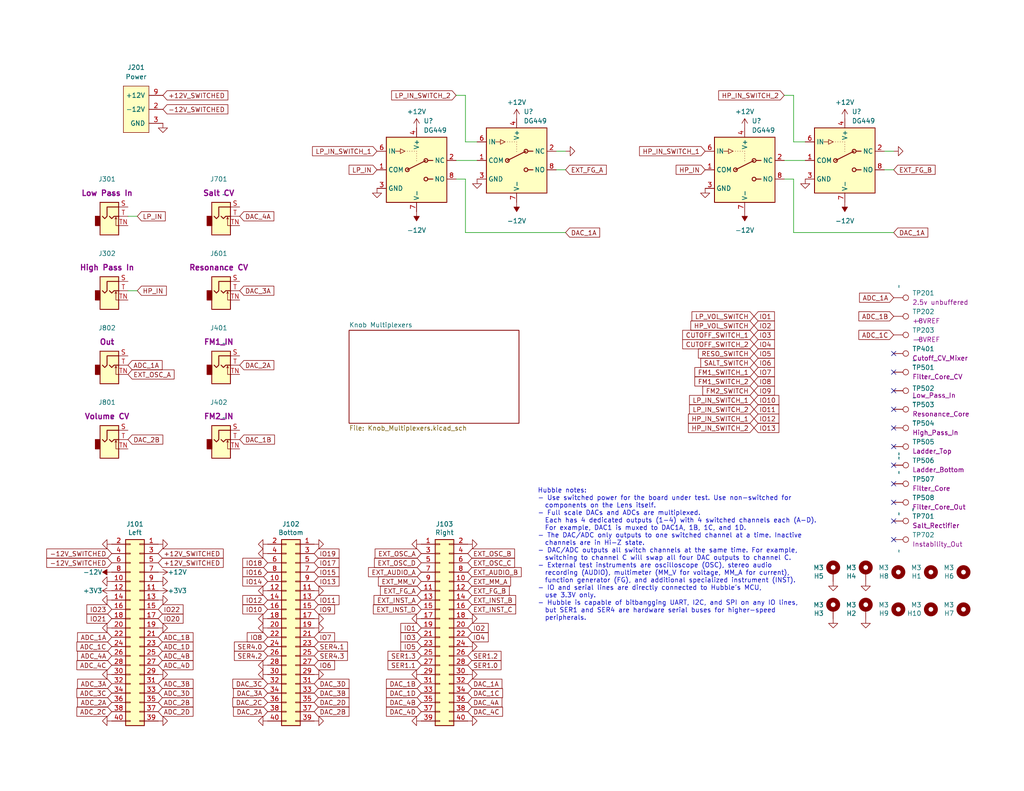
<source format=kicad_sch>
(kicad_sch (version 20230121) (generator eeschema)
  (paper "USLetter")
  (title_block (title "Neptune: Hubble Lens") (date "2023-10-02") (rev "v0") (company "Winterbloom") (comment 1 "neptune.wntr.dev") (comment 2 "CERN-OHL-P v2"))
  (lib_symbols
    (symbol "Connector:TestPoint" (pin_numbers hide) (pin_names (offset 0.762) hide)
      (property "Reference" "TP" (at 0 6.858 0))
      (property "Value" "TestPoint" (at 0 5.08 0))
      (symbol "TestPoint_1_1"
        (pin passive line (at 0 0 90) (length 2.54) (name "1") (number "1"))
      )
    )
    (symbol "Connector_Generic:Conn_02x20_Odd_Even" (pin_names (offset 1.016) hide)
      (property "Reference" "J" (at 1.27 25.4 0))
      (property "Value" "Conn_02x20_Odd_Even" (at 1.27 -27.94 0))
      (symbol "Conn_02x20_Odd_Even_1_1"
        (pin passive line (at -5.08 22.86 0) (length 3.81) (name "Pin_1") (number "1"))
        (pin passive line (at 7.62 12.7 180) (length 3.81) (name "Pin_10") (number "10"))
        (pin passive line (at -5.08 10.16 0) (length 3.81) (name "Pin_11") (number "11"))
        (pin passive line (at 7.62 10.16 180) (length 3.81) (name "Pin_12") (number "12"))
        (pin passive line (at -5.08 7.62 0) (length 3.81) (name "Pin_13") (number "13"))
        (pin passive line (at 7.62 7.62 180) (length 3.81) (name "Pin_14") (number "14"))
        (pin passive line (at -5.08 5.08 0) (length 3.81) (name "Pin_15") (number "15"))
        (pin passive line (at 7.62 5.08 180) (length 3.81) (name "Pin_16") (number "16"))
        (pin passive line (at -5.08 2.54 0) (length 3.81) (name "Pin_17") (number "17"))
        (pin passive line (at 7.62 2.54 180) (length 3.81) (name "Pin_18") (number "18"))
        (pin passive line (at -5.08 0 0) (length 3.81) (name "Pin_19") (number "19"))
        (pin passive line (at 7.62 22.86 180) (length 3.81) (name "Pin_2") (number "2"))
        (pin passive line (at 7.62 0 180) (length 3.81) (name "Pin_20") (number "20"))
        (pin passive line (at -5.08 -2.54 0) (length 3.81) (name "Pin_21") (number "21"))
        (pin passive line (at 7.62 -2.54 180) (length 3.81) (name "Pin_22") (number "22"))
        (pin passive line (at -5.08 -5.08 0) (length 3.81) (name "Pin_23") (number "23"))
        (pin passive line (at 7.62 -5.08 180) (length 3.81) (name "Pin_24") (number "24"))
        (pin passive line (at -5.08 -7.62 0) (length 3.81) (name "Pin_25") (number "25"))
        (pin passive line (at 7.62 -7.62 180) (length 3.81) (name "Pin_26") (number "26"))
        (pin passive line (at -5.08 -10.16 0) (length 3.81) (name "Pin_27") (number "27"))
        (pin passive line (at 7.62 -10.16 180) (length 3.81) (name "Pin_28") (number "28"))
        (pin passive line (at -5.08 -12.7 0) (length 3.81) (name "Pin_29") (number "29"))
        (pin passive line (at -5.08 20.32 0) (length 3.81) (name "Pin_3") (number "3"))
        (pin passive line (at 7.62 -12.7 180) (length 3.81) (name "Pin_30") (number "30"))
        (pin passive line (at -5.08 -15.24 0) (length 3.81) (name "Pin_31") (number "31"))
        (pin passive line (at 7.62 -15.24 180) (length 3.81) (name "Pin_32") (number "32"))
        (pin passive line (at -5.08 -17.78 0) (length 3.81) (name "Pin_33") (number "33"))
        (pin passive line (at 7.62 -17.78 180) (length 3.81) (name "Pin_34") (number "34"))
        (pin passive line (at -5.08 -20.32 0) (length 3.81) (name "Pin_35") (number "35"))
        (pin passive line (at 7.62 -20.32 180) (length 3.81) (name "Pin_36") (number "36"))
        (pin passive line (at -5.08 -22.86 0) (length 3.81) (name "Pin_37") (number "37"))
        (pin passive line (at 7.62 -22.86 180) (length 3.81) (name "Pin_38") (number "38"))
        (pin passive line (at -5.08 -25.4 0) (length 3.81) (name "Pin_39") (number "39"))
        (pin passive line (at 7.62 20.32 180) (length 3.81) (name "Pin_4") (number "4"))
        (pin passive line (at 7.62 -25.4 180) (length 3.81) (name "Pin_40") (number "40"))
        (pin passive line (at -5.08 17.78 0) (length 3.81) (name "Pin_5") (number "5"))
        (pin passive line (at 7.62 17.78 180) (length 3.81) (name "Pin_6") (number "6"))
        (pin passive line (at -5.08 15.24 0) (length 3.81) (name "Pin_7") (number "7"))
        (pin passive line (at 7.62 15.24 180) (length 3.81) (name "Pin_8") (number "8"))
        (pin passive line (at -5.08 12.7 0) (length 3.81) (name "Pin_9") (number "9"))
      )
    )
    (symbol "Mechanical:MountingHole" (pin_names (offset 1.016))
      (property "Reference" "H" (at 0 5.08 0))
      (property "Value" "MountingHole" (at 0 3.175 0))
    )
    (symbol "Mechanical:MountingHole_Pad" (pin_numbers hide) (pin_names (offset 1.016) hide)
      (property "Reference" "H" (at 0 6.35 0))
      (property "Value" "MountingHole_Pad" (at 0 4.445 0))
      (symbol "MountingHole_Pad_1_1"
        (pin input line (at 0 -2.54 90) (length 2.54) (name "1") (number "1"))
      )
    )
    (symbol "hubble-lens-rescue:+3.3V-power" (power) (pin_names (offset 0))
      (property "Value" "+3.3V-power" (at 0 3.556 0))
      (symbol "+3.3V-power_1_1"
        (pin power_in line (at 0 0 90) (length 0) hide (name "+3V3") (number "1"))
      )
    )
    (symbol "power:+12V" (power) (pin_names (offset 0))
      (property "Value" "+12V" (at 0 3.556 0))
      (symbol "+12V_1_1"
        (pin power_in line (at 0 0 90) (length 0) hide (name "+12V") (number "1"))
      )
    )
    (symbol "power:-12V" (power) (pin_names (offset 0))
      (property "Value" "-12V" (at 0 3.81 0))
      (symbol "-12V_0_0"
        (pin power_in line (at 0 0 90) (length 0) hide (name "-12V") (number "1"))
      )
    )
    (symbol "power:GND" (power) (pin_names (offset 0))
      (property "Value" "GND" (at 0 -3.81 0))
      (symbol "GND_1_1"
        (pin power_in line (at 0 0 270) (length 0) hide (name "GND") (number "1"))
      )
    )
    (symbol "winterbloom:DG449"
      (property "Reference" "U" (at 1.905 12.065 0))
      (property "Value" "DG449" (at 1.905 10.16 0))
      (symbol "DG449_0_0"
        (pin passive line (at -10.795 0 0) (length 2.54) (name "COM") (number "1"))
        (pin passive line (at 10.795 2.54 180) (length 2.54) (name "NC") (number "2"))
        (pin power_in line (at -10.795 -5.08 0) (length 2.54) (name "GND") (number "3"))
        (pin power_in line (at 0 11.43 270) (length 2.54) (name "V+") (number "4"))
        (pin input line (at -10.795 5.08 0) (length 2.54) (name "IN") (number "6"))
        (pin power_in line (at 0 -11.43 90) (length 2.54) (name "V-") (number "7"))
        (pin input line (at 10.795 -2.54 180) (length 2.54) (name "NO") (number "8"))
      )
      (symbol "DG449_1_0"
        (pin no_connect line (at 0.635 0 0) (length 2.54) hide (name "") (number "5"))
      )
    )
    (symbol "winterbloom:Eurorack_Mono_Jack" (pin_names hide)
      (property "Reference" "J" (at 3.302 -4.064 0))
      (property "Value" "Eurorack_Mono_Jack" (at 0 5.08 0))
      (symbol "Eurorack_Mono_Jack_1_1"
        (pin passive line (at -5.08 -3.81 0) (length 2.54) (name "Sleeve") (number "S"))
        (pin passive line (at -5.08 -1.27 0) (length 2.54) (name "Tip") (number "T"))
        (pin passive line (at -5.08 1.27 0) (length 2.54) (name "Tip_normalize") (number "TN"))
      )
    )
    (symbol "winterbloom:Eurorack_Power" (pin_names (offset 1.016))
      (property "Reference" "J" (at -0.635 7.62 0))
      (property "Value" "Eurorack_Power" (at 0 -7.62 0))
      (symbol "Eurorack_Power_1_1"
        (pin power_out line (at 7.62 0 180) (length 3.81) hide (name "-12V") (number "1"))
        (pin passive line (at 7.62 3.81 180) (length 3.81) hide (name "+12V") (number "10"))
        (pin passive line (at 7.62 0 180) (length 3.81) (name "-12V") (number "2"))
        (pin power_out line (at 7.62 -3.81 180) (length 3.81) (name "GND") (number "3"))
        (pin passive line (at 7.62 -3.81 180) (length 3.81) hide (name "GND") (number "4"))
        (pin passive line (at 7.62 -3.81 180) (length 3.81) hide (name "GND") (number "5"))
        (pin passive line (at 7.62 -3.81 180) (length 3.81) hide (name "GND") (number "6"))
        (pin passive line (at 7.62 -3.81 180) (length 3.81) hide (name "GND") (number "7"))
        (pin passive line (at 7.62 -3.81 180) (length 3.81) hide (name "GND") (number "8"))
        (pin power_out line (at 7.62 3.81 180) (length 3.81) (name "+12V") (number "9"))
      )
    )
  )
  (no_connect (at 243.84 137.16))
  (no_connect (at 243.84 121.92))
  (no_connect (at 243.84 101.6))
  (no_connect (at 243.84 132.08))
  (no_connect (at 243.84 106.68))
  (no_connect (at 243.84 142.24))
  (no_connect (at 243.84 147.32))
  (no_connect (at 243.84 111.76))
  (no_connect (at 243.84 96.52))
  (no_connect (at 243.84 116.84))
  (no_connect (at 243.84 127))
  (wire (pts (xy 241.3 46.355) (xy 243.84 46.355)))
  (wire (pts (xy 151.765 46.355) (xy 154.305 46.355)))
  (wire (pts (xy 127 48.895) (xy 124.46 48.895)))
  (wire (pts (xy 34.925 59.055) (xy 37.465 59.055)))
  (wire (pts (xy 216.535 63.5) (xy 243.84 63.5)))
  (wire (pts (xy 216.535 48.895) (xy 213.995 48.895)))
  (wire (pts (xy 124.46 26.035) (xy 127 26.035)))
  (wire (pts (xy 213.995 26.035) (xy 216.535 26.035)))
  (wire (pts (xy 216.535 26.035) (xy 216.535 38.735)))
  (wire (pts (xy 127 63.5) (xy 154.305 63.5)))
  (wire (pts (xy 127 26.035) (xy 127 38.735)))
  (wire (pts (xy 34.925 79.375) (xy 37.465 79.375)))
  (wire (pts (xy 216.535 63.5) (xy 216.535 48.895)))
  (wire (pts (xy 127 38.735) (xy 130.175 38.735)))
  (wire (pts (xy 151.765 41.275) (xy 154.305 41.275)))
  (wire (pts (xy 216.535 38.735) (xy 219.71 38.735)))
  (wire (pts (xy 124.46 43.815) (xy 130.175 43.815)))
  (wire (pts (xy 213.995 43.815) (xy 219.71 43.815)))
  (wire (pts (xy 241.3 41.275) (xy 243.84 41.275)))
  (wire (pts (xy 127 63.5) (xy 127 48.895)))
  (text "Null Values (All Knobs down (except FM1 which is centered), Audio Inputs Connected to Ground, CVs disconnected):\nLP_VOL_SWITCH: 0\nHP_VOL_SWITCH: 0\nCUTOFF_SWITCH_1: 0\nCUTOFF_SWITCH_2: 0\nRESO_SWITCH: 0\nSALT_SWITCH: 0\nFM1_SWITCH_1: 0\nFM1_SWITCH_2: 1\nFM2_SWITCH: 0\nLP_IN_SWITCH_1: 0\nLP_IN_SWITCH_2: 0\nHP_IN_SWITCH_1: 0\nHP_IN_SWITCH_2: 0\nAll DACS disconnected" (at -154.94 46.355 0) (effects (font (size 1.27 1.27)) (justify left bottom)))
  (text "Self Oscillation:\nLP_VOL_SWITCH: 0\nHP_VOL_SWITCH: 0\nCUTOFF_SWITCH_1: 0\nCUTOFF_SWITCH_2: 1\nRESO_SWITCH: 1\nSALT_SWITCH: 0\nFM1_SWITCH_1: 0\nFM1_SWITCH_2: 1\nFM2_SWITCH: 0\nLP_IN_SWITCH_1: 0\nLP_IN_SWITCH_2: 0\nHP_IN_SWITCH_1: 0\nHP_IN_SWITCH_2: 0\nAll DACS disconnected" (at -72.39 85.725 0) (effects (font (size 1.27 1.27)) (justify left bottom)))
  (text "Knob Tests" (at -154.94 53.34 0) (effects (font (size 1.27 1.27)) (justify left bottom)))
  (text "Limitations:\nCannot control Fm2 CV or Volume CV at the same time \nas FM1, Salt, or Resonance, or using the audio input DAC" (at 19.685 -10.16 0) (effects (font (size 1.27 1.27)) (justify left bottom)))
  (text "VCA:\nLP_VOL_SWITCH: 1\nHP_VOL_SWITCH: 0\nCUTOFF_SWITCH_1: 1\nCUTOFF_SWITCH_2: 0\nRESO_SWITCH: 0\nSALT_SWITCH: 0\nFM1_SWITCH_1: 0\nFM1_SWITCH_2: 1\nFM2_SWITCH: 0\nLP_IN_SWITCH_1: 0\nLP_IN_SWITCH_2: 1\nHP_IN_SWITCH_1: 0\nHP_IN_SWITCH_2: 0\nDAC2B +5v for VCA full volume\n" (at -115.57 204.47 0) (effects (font (size 1.27 1.27)) (justify left bottom)))
  (text "CV Tests" (at -154.94 130.81 0) (effects (font (size 1.27 1.27)) (justify left bottom)))
  (text "Salty Self Oscillation:\nLP_VOL_SWITCH: 0\nHP_VOL_SWITCH: 0\nCUTOFF_SWITCH_1: 0\nCUTOFF_SWITCH_2: 1\nRESO_SWITCH: 0\nSALT_SWITCH: 0\nFM1_SWITCH_1: 0\nFM1_SWITCH_2: 1\nFM2_SWITCH: 1\nLP_IN_SWITCH_1: 0\nLP_IN_SWITCH_2: 0\nHP_IN_SWITCH_1: 0\nHP_IN_SWITCH_2: 0\nDAC3A +4.4v for RESO in to just barely start self oscillation\nDAC4A +5v for full salt CV\n" (at -72.39 205.74 0) (effects (font (size 1.27 1.27)) (justify left bottom)))
  (text "High Pass Fully Closed:\nLP_VOL_SWITCH: 0\nHP_VOL_SWITCH: 1\nCUTOFF_SWITCH_1: 1\nCUTOFF_SWITCH_2: 0\nRESO_SWITCH: 0\nSALT_SWITCH: 0\nFM1_SWITCH_1: 0\nFM1_SWITCH_2: 1\nFM2_SWITCH: 0\nLP_IN_SWITCH_1: 0\nLP_IN_SWITCH_2: 0\nHP_IN_SWITCH_1: 0\nHP_IN_SWITCH_2: 1\nAll DACS disconnected" (at -115.57 123.19 0) (effects (font (size 1.27 1.27)) (justify left bottom)))
  (text "FM1 full inversion (should cut off audio):\nLP_VOL_SWITCH: 1\nHP_VOL_SWITCH: 0\nCUTOFF_SWITCH_1: 1\nCUTOFF_SWITCH_2: 0\nRESO_SWITCH: 0\nSALT_SWITCH: 0\nFM1_SWITCH_1: 0\nFM1_SWITCH_2: 0\nFM2_SWITCH: 0\nLP_IN_SWITCH_1: 0\nLP_IN_SWITCH_2: 1\nHP_IN_SWITCH_1: 0\nHP_IN_SWITCH_2: 0\nDAC2A +5v for FM1 in" (at -154.94 201.93 0) (effects (font (size 1.27 1.27)) (justify left bottom)))
  (text "Hubble notes:\n- Use switched power for the board under test. Use non-switched for\n  components on the Lens itself.\n- Full scale DACs and ADCs are multiplexed.\n  Each has 4 dedicated outputs (1-4) with 4 switched channels each (A-D).\n  For example, DAC1 is muxed to DAC1A, 1B, 1C, and 1D.\n- The DAC/ADC only outputs to one switched channel at a time. Inactive\n  channels are in Hi-Z state.\n- DAC/ADC outputs all switch channels at the same time. For example,\n  switching to channel C will swap all four DAC outputs to channel C.\n- External test instruments are oscilloscope (OSC), stereo audio\n  recording (AUDIO), multimeter (MM_V for voltage, MM_A for current),\n  function generator (FG), and additional specialized instrument (INST).\n- IO and serial lines are directly connected to Hubble's MCU,\n  use 3.3V only.\n- Hubble is capable of bitbangging UART, I2C, and SPI on any IO lines,\n  but SER1 and SER4 are hardware serial buses for higher-speed\n  peripherals." (at 146.685 169.545 0) (effects (font (size 1.27 1.27)) (justify left bottom)))
  (text "FM2 fully open:\nLP_VOL_SWITCH: 1\nHP_VOL_SWITCH: 0\nCUTOFF_SWITCH_1: 0\nCUTOFF_SWITCH_2: 0\nRESO_SWITCH: 0\nSALT_SWITCH: 0\nFM1_SWITCH_1: 0\nFM1_SWITCH_2: 1\nFM2_SWITCH: 1\nLP_IN_SWITCH_1: 0\nLP_IN_SWITCH_2: 1\nHP_IN_SWITCH_1: 0\nHP_IN_SWITCH_2: 0\nDAC1B +5v for FM2 in" (at -115.57 164.465 0) (effects (font (size 1.27 1.27)) (justify left bottom)))
  (text "Low Pass Fully Closed:\nLP_VOL_SWITCH: 1\nHP_VOL_SWITCH: 0\nCUTOFF_SWITCH_1: 0\nCUTOFF_SWITCH_2: 0\nRESO_SWITCH: 0\nSALT_SWITCH: 0\nFM1_SWITCH_1: 0\nFM1_SWITCH_2: 1\nFM2_SWITCH: 0\nLP_IN_SWITCH_1: 0\nLP_IN_SWITCH_2: 1\nHP_IN_SWITCH_1: 0\nHP_IN_SWITCH_2: 0\nAll DACS disconnected" (at -154.94 123.19 0) (effects (font (size 1.27 1.27)) (justify left bottom)))
  (text "FM1 full:\nLP_VOL_SWITCH: 1\nHP_VOL_SWITCH: 0\nCUTOFF_SWITCH_1: 0\nCUTOFF_SWITCH_2: 0\nRESO_SWITCH: 0\nSALT_SWITCH: 0\nFM1_SWITCH_1: 1\nFM1_SWITCH_2: 0\nFM2_SWITCH: 0\nLP_IN_SWITCH_1: 0\nLP_IN_SWITCH_2: 1\nHP_IN_SWITCH_1: 0\nHP_IN_SWITCH_2: 0\nDAC2A +5v for FM1 in" (at -154.94 164.465 0) (effects (font (size 1.27 1.27)) (justify left bottom)))
  (text "Low Pass Fully Open:\nLP_VOL_SWITCH: 1\nHP_VOL_SWITCH: 0\nCUTOFF_SWITCH_1: 1\nCUTOFF_SWITCH_2: 0\nRESO_SWITCH: 0\nSALT_SWITCH: 0\nFM1_SWITCH_1: 0\nFM1_SWITCH_2: 1\nFM2_SWITCH: 0\nLP_IN_SWITCH_1: 0\nLP_IN_SWITCH_2: 1\nHP_IN_SWITCH_1: 0\nHP_IN_SWITCH_2: 0\nAll DACS disconnected" (at -154.94 85.725 0) (effects (font (size 1.27 1.27)) (justify left bottom)))
  (text "Salty Self Oscillation:\nLP_VOL_SWITCH: 0\nHP_VOL_SWITCH: 0\nCUTOFF_SWITCH_1: 0\nCUTOFF_SWITCH_2: 1\nRESO_SWITCH: 1\nSALT_SWITCH: 1\nFM1_SWITCH_1: 0\nFM1_SWITCH_2: 1\nFM2_SWITCH: 0\nLP_IN_SWITCH_1: 0\nLP_IN_SWITCH_2: 0\nHP_IN_SWITCH_1: 0\nHP_IN_SWITCH_2: 0\nAll DACS disconnected" (at -72.39 123.19 0) (effects (font (size 1.27 1.27)) (justify left bottom)))
  (text "High Pass Fully Open:\nLP_VOL_SWITCH: 0\nHP_VOL_SWITCH: 1\nCUTOFF_SWITCH_1: 0\nCUTOFF_SWITCH_2: 0\nRESO_SWITCH: 0\nSALT_SWITCH: 0\nFM1_SWITCH_1: 0\nFM1_SWITCH_2: 1\nFM2_SWITCH: 0\nLP_IN_SWITCH_1: 0\nLP_IN_SWITCH_2: 0\nHP_IN_SWITCH_1: 0\nHP_IN_SWITCH_2: 1\nAll DACS disconnected" (at -114.935 85.725 0) (effects (font (size 1.27 1.27)) (justify left bottom)))
  (text "Resonance Self Oscillation:\nLP_VOL_SWITCH: 0\nHP_VOL_SWITCH: 0\nCUTOFF_SWITCH_1: 0\nCUTOFF_SWITCH_2: 1\nRESO_SWITCH: 0\nSALT_SWITCH: 0\nFM1_SWITCH_1: 0\nFM1_SWITCH_2: 1\nFM2_SWITCH: 1\nLP_IN_SWITCH_1: 0\nLP_IN_SWITCH_2: 0\nHP_IN_SWITCH_1: 0\nHP_IN_SWITCH_2: 0\nDAC3A +4.4v for RESO in to just barely start self oscillation" (at -72.39 164.465 0) (effects (font (size 1.27 1.27)) (justify left bottom)))
  (global_label "ADC_3C" (shape input) (at 30.48 189.23 180) (property "Intersheetrefs" "${INTERSHEET_REFS}" (effects hide)))
  (global_label "IO16" (shape input) (at 73.025 156.21 180) (property "Intersheetrefs" "${INTERSHEET_REFS}" (effects hide)))
  (global_label "DAC_3D" (shape input) (at 85.725 186.69 0) (property "Intersheetrefs" "${INTERSHEET_REFS}" (effects hide)))
  (global_label "IO5" (shape input) (at 114.935 176.53 180) (property "Intersheetrefs" "${INTERSHEET_REFS}" (effects hide)))
  (global_label "+12V_SWITCHED" (shape input) (at 43.18 153.67 0) (property "Intersheetrefs" "${INTERSHEET_REFS}" (effects hide)))
  (global_label "IO8" (shape input) (at 73.025 173.99 180) (property "Intersheetrefs" "${INTERSHEET_REFS}" (effects hide)))
  (global_label "IO19" (shape input) (at 85.725 151.13 0) (property "Intersheetrefs" "${INTERSHEET_REFS}" (effects hide)))
  (global_label "IO11" (shape input) (at 205.74 111.76 0) (property "Intersheetrefs" "${INTERSHEET_REFS}" (effects hide)))
  (global_label "HP_IN" (shape input) (at 192.405 46.355 180) (property "Intersheetrefs" "${INTERSHEET_REFS}" (effects hide)))
  (global_label "DAC_3C" (shape input) (at 73.025 186.69 180) (property "Intersheetrefs" "${INTERSHEET_REFS}" (effects hide)))
  (global_label "IO3" (shape input) (at 114.935 173.99 180) (property "Intersheetrefs" "${INTERSHEET_REFS}" (effects hide)))
  (global_label "FM1_SWITCH_1" (shape input) (at 205.74 101.6 180) (property "Intersheetrefs" "${INTERSHEET_REFS}" (effects hide)))
  (global_label "ADC_4B" (shape input) (at 43.18 179.07 0) (property "Intersheetrefs" "${INTERSHEET_REFS}" (effects hide)))
  (global_label "DAC_1B" (shape input) (at 114.935 186.69 180) (property "Intersheetrefs" "${INTERSHEET_REFS}" (effects hide)))
  (global_label "FM2_SWITCH" (shape input) (at 205.74 106.68 180) (property "Intersheetrefs" "${INTERSHEET_REFS}" (effects hide)))
  (global_label "IO11" (shape input) (at 85.725 163.83 0) (property "Intersheetrefs" "${INTERSHEET_REFS}" (effects hide)))
  (global_label "HP_IN_SWITCH_2" (shape input) (at 205.74 116.84 180) (property "Intersheetrefs" "${INTERSHEET_REFS}" (effects hide)))
  (global_label "SER4.3" (shape input) (at 85.725 179.07 0) (property "Intersheetrefs" "${INTERSHEET_REFS}" (effects hide)))
  (global_label "IO18" (shape input) (at 73.025 153.67 180) (property "Intersheetrefs" "${INTERSHEET_REFS}" (effects hide)))
  (global_label "DAC_1A" (shape input) (at 154.305 63.5 0) (property "Intersheetrefs" "${INTERSHEET_REFS}" (effects hide)))
  (global_label "HP_IN" (shape input) (at 37.465 79.375 0) (property "Intersheetrefs" "${INTERSHEET_REFS}" (effects hide)))
  (global_label "ADC_2A" (shape input) (at 30.48 191.77 180) (property "Intersheetrefs" "${INTERSHEET_REFS}" (effects hide)))
  (global_label "IO23" (shape input) (at 30.48 166.37 180) (property "Intersheetrefs" "${INTERSHEET_REFS}" (effects hide)))
  (global_label "IO7" (shape input) (at 85.725 173.99 0) (property "Intersheetrefs" "${INTERSHEET_REFS}" (effects hide)))
  (global_label "ADC_3A" (shape input) (at 30.48 186.69 180) (property "Intersheetrefs" "${INTERSHEET_REFS}" (effects hide)))
  (global_label "SER4.0" (shape input) (at 73.025 176.53 180) (property "Intersheetrefs" "${INTERSHEET_REFS}" (effects hide)))
  (global_label "LP_IN_SWITCH_1" (shape input) (at 205.74 109.22 180) (property "Intersheetrefs" "${INTERSHEET_REFS}" (effects hide)))
  (global_label "IO6" (shape input) (at 85.725 181.61 0) (property "Intersheetrefs" "${INTERSHEET_REFS}" (effects hide)))
  (global_label "IO12" (shape input) (at 205.74 114.3 0) (property "Intersheetrefs" "${INTERSHEET_REFS}" (effects hide)))
  (global_label "IO15" (shape input) (at 85.725 156.21 0) (property "Intersheetrefs" "${INTERSHEET_REFS}" (effects hide)))
  (global_label "EXT_FG_A" (shape input) (at 154.305 46.355 0) (property "Intersheetrefs" "${INTERSHEET_REFS}" (effects hide)))
  (global_label "SER1.0" (shape input) (at 127.635 181.61 0) (property "Intersheetrefs" "${INTERSHEET_REFS}" (effects hide)))
  (global_label "EXT_INST_D" (shape input) (at 114.935 166.37 180) (property "Intersheetrefs" "${INTERSHEET_REFS}" (effects hide)))
  (global_label "IO2" (shape input) (at 127.635 171.45 0) (property "Intersheetrefs" "${INTERSHEET_REFS}" (effects hide)))
  (global_label "IO4" (shape input) (at 127.635 173.99 0) (property "Intersheetrefs" "${INTERSHEET_REFS}" (effects hide)))
  (global_label "IO1" (shape input) (at 205.74 86.36 0) (property "Intersheetrefs" "${INTERSHEET_REFS}" (effects hide)))
  (global_label "EXT_OSC_C" (shape input) (at 127.635 153.67 0) (property "Intersheetrefs" "${INTERSHEET_REFS}" (effects hide)))
  (global_label "EXT_FG_A" (shape input) (at 114.935 161.29 180) (property "Intersheetrefs" "${INTERSHEET_REFS}" (effects hide)))
  (global_label "HP_IN_SWITCH_1" (shape input) (at 205.74 114.3 180) (property "Intersheetrefs" "${INTERSHEET_REFS}" (effects hide)))
  (global_label "IO2" (shape input) (at 205.74 88.9 0) (property "Intersheetrefs" "${INTERSHEET_REFS}" (effects hide)))
  (global_label "IO4" (shape input) (at 205.74 93.98 0) (property "Intersheetrefs" "${INTERSHEET_REFS}" (effects hide)))
  (global_label "EXT_OSC_D" (shape input) (at 114.935 153.67 180) (property "Intersheetrefs" "${INTERSHEET_REFS}" (effects hide)))
  (global_label "IO22" (shape input) (at 43.18 166.37 0) (property "Intersheetrefs" "${INTERSHEET_REFS}" (effects hide)))
  (global_label "DAC_4D" (shape input) (at 114.935 194.31 180) (property "Intersheetrefs" "${INTERSHEET_REFS}" (effects hide)))
  (global_label "RESO_SWITCH" (shape input) (at 205.74 96.52 180) (property "Intersheetrefs" "${INTERSHEET_REFS}" (effects hide)))
  (global_label "EXT_INST_C" (shape input) (at 127.635 166.37 0) (property "Intersheetrefs" "${INTERSHEET_REFS}" (effects hide)))
  (global_label "FM1_SWITCH_2" (shape input) (at 205.74 104.14 180) (property "Intersheetrefs" "${INTERSHEET_REFS}" (effects hide)))
  (global_label "EXT_MM_V" (shape input) (at 114.935 158.75 180) (property "Intersheetrefs" "${INTERSHEET_REFS}" (effects hide)))
  (global_label "IO13" (shape input) (at 205.74 116.84 0) (property "Intersheetrefs" "${INTERSHEET_REFS}" (effects hide)))
  (global_label "-12V_SWITCHED" (shape input) (at 30.48 151.13 180) (property "Intersheetrefs" "${INTERSHEET_REFS}" (effects hide)))
  (global_label "ADC_1A" (shape input) (at 30.48 173.99 180) (property "Intersheetrefs" "${INTERSHEET_REFS}" (effects hide)))
  (global_label "IO9" (shape input) (at 85.725 166.37 0) (property "Intersheetrefs" "${INTERSHEET_REFS}" (effects hide)))
  (global_label "EXT_INST_B" (shape input) (at 127.635 163.83 0) (property "Intersheetrefs" "${INTERSHEET_REFS}" (effects hide)))
  (global_label "EXT_FG_B" (shape input) (at 127.635 161.29 0) (property "Intersheetrefs" "${INTERSHEET_REFS}" (effects hide)))
  (global_label "ADC_4A" (shape input) (at 30.48 179.07 180) (property "Intersheetrefs" "${INTERSHEET_REFS}" (effects hide)))
  (global_label "DAC_2B" (shape input) (at 34.925 120.015 0) (property "Intersheetrefs" "${INTERSHEET_REFS}" (effects hide)))
  (global_label "IO20" (shape input) (at 43.18 168.91 0) (property "Intersheetrefs" "${INTERSHEET_REFS}" (effects hide)))
  (global_label "IO17" (shape input) (at 85.725 153.67 0) (property "Intersheetrefs" "${INTERSHEET_REFS}" (effects hide)))
  (global_label "+12V_SWITCHED" (shape input) (at 43.18 151.13 0) (property "Intersheetrefs" "${INTERSHEET_REFS}" (effects hide)))
  (global_label "DAC_1D" (shape input) (at 114.935 189.23 180) (property "Intersheetrefs" "${INTERSHEET_REFS}" (effects hide)))
  (global_label "ADC_4C" (shape input) (at 30.48 181.61 180) (property "Intersheetrefs" "${INTERSHEET_REFS}" (effects hide)))
  (global_label "SER1.3" (shape input) (at 114.935 179.07 180) (property "Intersheetrefs" "${INTERSHEET_REFS}" (effects hide)))
  (global_label "DAC_1B" (shape input) (at 65.405 120.015 0) (property "Intersheetrefs" "${INTERSHEET_REFS}" (effects hide)))
  (global_label "DAC_1A" (shape input) (at 127.635 186.69 0) (property "Intersheetrefs" "${INTERSHEET_REFS}" (effects hide)))
  (global_label "ADC_1C" (shape input) (at 30.48 176.53 180) (property "Intersheetrefs" "${INTERSHEET_REFS}" (effects hide)))
  (global_label "DAC_2A" (shape input) (at 73.025 194.31 180) (property "Intersheetrefs" "${INTERSHEET_REFS}" (effects hide)))
  (global_label "IO12" (shape input) (at 73.025 163.83 180) (property "Intersheetrefs" "${INTERSHEET_REFS}" (effects hide)))
  (global_label "ADC_3D" (shape input) (at 43.18 189.23 0) (property "Intersheetrefs" "${INTERSHEET_REFS}" (effects hide)))
  (global_label "DAC_4B" (shape input) (at 114.935 191.77 180) (property "Intersheetrefs" "${INTERSHEET_REFS}" (effects hide)))
  (global_label "DAC_3B" (shape input) (at 85.725 189.23 0) (property "Intersheetrefs" "${INTERSHEET_REFS}" (effects hide)))
  (global_label "DAC_4C" (shape input) (at 127.635 194.31 0) (property "Intersheetrefs" "${INTERSHEET_REFS}" (effects hide)))
  (global_label "IO7" (shape input) (at 205.74 101.6 0) (property "Intersheetrefs" "${INTERSHEET_REFS}" (effects hide)))
  (global_label "SER1.1" (shape input) (at 114.935 181.61 180) (property "Intersheetrefs" "${INTERSHEET_REFS}" (effects hide)))
  (global_label "DAC_2B" (shape input) (at 85.725 194.31 0) (property "Intersheetrefs" "${INTERSHEET_REFS}" (effects hide)))
  (global_label "EXT_MM_A" (shape input) (at 127.635 158.75 0) (property "Intersheetrefs" "${INTERSHEET_REFS}" (effects hide)))
  (global_label "LP_IN_SWITCH_2" (shape input) (at 205.74 111.76 180) (property "Intersheetrefs" "${INTERSHEET_REFS}" (effects hide)))
  (global_label "IO3" (shape input) (at 205.74 91.44 0) (property "Intersheetrefs" "${INTERSHEET_REFS}" (effects hide)))
  (global_label "SALT_SWITCH" (shape input) (at 205.74 99.06 180) (property "Intersheetrefs" "${INTERSHEET_REFS}" (effects hide)))
  (global_label "EXT_OSC_B" (shape input) (at 127.635 151.13 0) (property "Intersheetrefs" "${INTERSHEET_REFS}" (effects hide)))
  (global_label "SER1.2" (shape input) (at 127.635 179.07 0) (property "Intersheetrefs" "${INTERSHEET_REFS}" (effects hide)))
  (global_label "EXT_AUDIO_B" (shape input) (at 127.635 156.21 0) (property "Intersheetrefs" "${INTERSHEET_REFS}" (effects hide)))
  (global_label "DAC_1A" (shape input) (at 243.84 63.5 0) (property "Intersheetrefs" "${INTERSHEET_REFS}" (effects hide)))
  (global_label "ADC_1C" (shape input) (at 243.84 91.44 180) (property "Intersheetrefs" "${INTERSHEET_REFS}" (effects hide)))
  (global_label "IO21" (shape input) (at 30.48 168.91 180) (property "Intersheetrefs" "${INTERSHEET_REFS}" (effects hide)))
  (global_label "ADC_3B" (shape input) (at 43.18 186.69 0) (property "Intersheetrefs" "${INTERSHEET_REFS}" (effects hide)))
  (global_label "ADC_1D" (shape input) (at 43.18 176.53 0) (property "Intersheetrefs" "${INTERSHEET_REFS}" (effects hide)))
  (global_label "ADC_1B" (shape input) (at 243.84 86.36 180) (property "Intersheetrefs" "${INTERSHEET_REFS}" (effects hide)))
  (global_label "EXT_AUDIO_A" (shape input) (at 114.935 156.21 180) (property "Intersheetrefs" "${INTERSHEET_REFS}" (effects hide)))
  (global_label "CUTOFF_SWITCH_2" (shape input) (at 205.74 93.98 180) (property "Intersheetrefs" "${INTERSHEET_REFS}" (effects hide)))
  (global_label "ADC_2B" (shape input) (at 43.18 191.77 0) (property "Intersheetrefs" "${INTERSHEET_REFS}" (effects hide)))
  (global_label "DAC_2D" (shape input) (at 85.725 191.77 0) (property "Intersheetrefs" "${INTERSHEET_REFS}" (effects hide)))
  (global_label "DAC_2A" (shape input) (at 65.405 99.695 0) (property "Intersheetrefs" "${INTERSHEET_REFS}" (effects hide)))
  (global_label "SER4.2" (shape input) (at 73.025 179.07 180) (property "Intersheetrefs" "${INTERSHEET_REFS}" (effects hide)))
  (global_label "LP_IN" (shape input) (at 102.87 46.355 180) (property "Intersheetrefs" "${INTERSHEET_REFS}" (effects hide)))
  (global_label "-12V_SWITCHED" (shape input) (at 44.45 29.845 0) (property "Intersheetrefs" "${INTERSHEET_REFS}" (effects hide)))
  (global_label "-12V_SWITCHED" (shape input) (at 30.48 153.67 180) (property "Intersheetrefs" "${INTERSHEET_REFS}" (effects hide)))
  (global_label "ADC_2D" (shape input) (at 43.18 194.31 0) (property "Intersheetrefs" "${INTERSHEET_REFS}" (effects hide)))
  (global_label "EXT_OSC_A" (shape input) (at 34.925 102.235 0) (property "Intersheetrefs" "${INTERSHEET_REFS}" (effects hide)))
  (global_label "DAC_3A" (shape input) (at 73.025 189.23 180) (property "Intersheetrefs" "${INTERSHEET_REFS}" (effects hide)))
  (global_label "HP_VOL_SWITCH" (shape input) (at 205.74 88.9 180) (property "Intersheetrefs" "${INTERSHEET_REFS}" (effects hide)))
  (global_label "CUTOFF_SWITCH_1" (shape input) (at 205.74 91.44 180) (property "Intersheetrefs" "${INTERSHEET_REFS}" (effects hide)))
  (global_label "DAC_4A" (shape input) (at 65.405 59.055 0) (property "Intersheetrefs" "${INTERSHEET_REFS}" (effects hide)))
  (global_label "SER4.1" (shape input) (at 85.725 176.53 0) (property "Intersheetrefs" "${INTERSHEET_REFS}" (effects hide)))
  (global_label "EXT_FG_B" (shape input) (at 243.84 46.355 0) (property "Intersheetrefs" "${INTERSHEET_REFS}" (effects hide)))
  (global_label "LP_IN_SWITCH_1" (shape input) (at 102.87 41.275 180) (property "Intersheetrefs" "${INTERSHEET_REFS}" (effects hide)))
  (global_label "IO14" (shape input) (at 73.025 158.75 180) (property "Intersheetrefs" "${INTERSHEET_REFS}" (effects hide)))
  (global_label "IO8" (shape input) (at 205.74 104.14 0) (property "Intersheetrefs" "${INTERSHEET_REFS}" (effects hide)))
  (global_label "LP_IN_SWITCH_2" (shape input) (at 124.46 26.035 180) (property "Intersheetrefs" "${INTERSHEET_REFS}" (effects hide)))
  (global_label "IO1" (shape input) (at 114.935 171.45 180) (property "Intersheetrefs" "${INTERSHEET_REFS}" (effects hide)))
  (global_label "DAC_4A" (shape input) (at 127.635 191.77 0) (property "Intersheetrefs" "${INTERSHEET_REFS}" (effects hide)))
  (global_label "HP_IN_SWITCH_1" (shape input) (at 192.405 41.275 180) (property "Intersheetrefs" "${INTERSHEET_REFS}" (effects hide)))
  (global_label "EXT_OSC_A" (shape input) (at 114.935 151.13 180) (property "Intersheetrefs" "${INTERSHEET_REFS}" (effects hide)))
  (global_label "LP_VOL_SWITCH" (shape input) (at 205.74 86.36 180) (property "Intersheetrefs" "${INTERSHEET_REFS}" (effects hide)))
  (global_label "ADC_1B" (shape input) (at 43.18 173.99 0) (property "Intersheetrefs" "${INTERSHEET_REFS}" (effects hide)))
  (global_label "ADC_4D" (shape input) (at 43.18 181.61 0) (property "Intersheetrefs" "${INTERSHEET_REFS}" (effects hide)))
  (global_label "HP_IN_SWITCH_2" (shape input) (at 213.995 26.035 180) (property "Intersheetrefs" "${INTERSHEET_REFS}" (effects hide)))
  (global_label "IO9" (shape input) (at 205.74 106.68 0) (property "Intersheetrefs" "${INTERSHEET_REFS}" (effects hide)))
  (global_label "DAC_1C" (shape input) (at 127.635 189.23 0) (property "Intersheetrefs" "${INTERSHEET_REFS}" (effects hide)))
  (global_label "ADC_1A" (shape input) (at 243.84 81.28 180) (property "Intersheetrefs" "${INTERSHEET_REFS}" (effects hide)))
  (global_label "IO10" (shape input) (at 73.025 166.37 180) (property "Intersheetrefs" "${INTERSHEET_REFS}" (effects hide)))
  (global_label "IO10" (shape input) (at 205.74 109.22 0) (property "Intersheetrefs" "${INTERSHEET_REFS}" (effects hide)))
  (global_label "ADC_1A" (shape input) (at 34.925 99.695 0) (property "Intersheetrefs" "${INTERSHEET_REFS}" (effects hide)))
  (global_label "DAC_3A" (shape input) (at 65.405 79.375 0) (property "Intersheetrefs" "${INTERSHEET_REFS}" (effects hide)))
  (global_label "ADC_2C" (shape input) (at 30.48 194.31 180) (property "Intersheetrefs" "${INTERSHEET_REFS}" (effects hide)))
  (global_label "+12V_SWITCHED" (shape input) (at 44.45 26.035 0) (property "Intersheetrefs" "${INTERSHEET_REFS}" (effects hide)))
  (global_label "LP_IN" (shape input) (at 37.465 59.055 0) (property "Intersheetrefs" "${INTERSHEET_REFS}" (effects hide)))
  (global_label "IO13" (shape input) (at 85.725 158.75 0) (property "Intersheetrefs" "${INTERSHEET_REFS}" (effects hide)))
  (global_label "IO6" (shape input) (at 205.74 99.06 0) (property "Intersheetrefs" "${INTERSHEET_REFS}" (effects hide)))
  (global_label "IO5" (shape input) (at 205.74 96.52 0) (property "Intersheetrefs" "${INTERSHEET_REFS}" (effects hide)))
  (global_label "EXT_INST_A" (shape input) (at 114.935 163.83 180) (property "Intersheetrefs" "${INTERSHEET_REFS}" (effects hide)))
  (global_label "DAC_2C" (shape input) (at 73.025 191.77 180) (property "Intersheetrefs" "${INTERSHEET_REFS}" (effects hide)))
  (symbol (lib_id "power:GND") (at 43.18 148.59 90) (unit 1)
    (property "Reference" "#PWR0101" (effects hide))
    (property "Value" "GND" (effects hide))
  )
  (symbol (lib_id "power:GND") (at 30.48 148.59 270) (unit 1)
    (property "Reference" "#PWR0104" (effects hide))
    (property "Value" "GND" (effects hide))
  )
  (symbol (lib_id "power:GND") (at 30.48 158.75 270) (unit 1)
    (property "Reference" "#PWR0115" (effects hide))
    (property "Value" "GND" (effects hide))
  )
  (symbol (lib_id "power:GND") (at 30.48 163.83 270) (unit 1)
    (property "Reference" "#PWR0117" (effects hide))
    (property "Value" "GND" (effects hide))
  )
  (symbol (lib_id "power:GND") (at 43.18 158.75 90) (unit 1)
    (property "Reference" "#PWR0120" (effects hide))
    (property "Value" "GND" (effects hide))
  )
  (symbol (lib_id "power:GND") (at 43.18 163.83 90) (unit 1)
    (property "Reference" "#PWR0121" (effects hide))
    (property "Value" "GND" (effects hide))
  )
  (symbol (lib_id "power:GND") (at 30.48 196.85 270) (unit 1)
    (property "Reference" "#PWR0124" (effects hide))
    (property "Value" "GND" (effects hide))
  )
  (symbol (lib_id "power:GND") (at 43.18 196.85 90) (unit 1)
    (property "Reference" "#PWR0125" (effects hide))
    (property "Value" "GND" (effects hide))
  )
  (symbol (lib_id "hubble-lens-rescue:+3.3V-power") (at 43.18 161.29 270) (unit 1)
    (property "Reference" "#PWR0131" (effects hide))
    (property "Value" "+3.3V" (at 45.72 161.29 90) (effects (justify left)))
  )
  (symbol (lib_id "hubble-lens-rescue:+3.3V-power") (at 30.48 161.29 90) (unit 1)
    (property "Reference" "#PWR0132" (effects hide))
    (property "Value" "+3.3V" (at 27.94 161.29 90) (effects (justify left)))
  )
  (symbol (lib_id "power:GND") (at 127.635 148.59 90) (unit 1)
    (property "Reference" "#PWR0133" (effects hide))
    (property "Value" "GND" (effects hide))
  )
  (symbol (lib_id "power:GND") (at 114.935 148.59 270) (unit 1)
    (property "Reference" "#PWR0134" (effects hide))
    (property "Value" "GND" (effects hide))
  )
  (symbol (lib_id "Connector_Generic:Conn_02x20_Odd_Even") (at 38.1 171.45 0) (mirror y) (unit 1)
    (property "Reference" "J101" (at 36.83 143.0782 0))
    (property "Value" "Left" (at 36.83 145.3896 0))
    (property "Footprint" "Connector_PinSocket_2.54mm:PinSocket_2x20_P2.54mm_Vertical" (effects hide))
  )
  (symbol (lib_id "power:GND") (at 114.935 168.91 270) (unit 1)
    (property "Reference" "#PWR0137" (effects hide))
    (property "Value" "GND" (effects hide))
  )
  (symbol (lib_id "power:GND") (at 127.635 168.91 90) (unit 1)
    (property "Reference" "#PWR0138" (effects hide))
    (property "Value" "GND" (effects hide))
  )
  (symbol (lib_id "power:GND") (at 114.935 196.85 270) (unit 1)
    (property "Reference" "#PWR0141" (effects hide))
    (property "Value" "GND" (effects hide))
  )
  (symbol (lib_id "Connector_Generic:Conn_02x20_Odd_Even") (at 80.645 171.45 0) (mirror y) (unit 1)
    (property "Reference" "J102" (at 79.375 143.0782 0))
    (property "Value" "Bottom" (at 79.375 145.3896 0))
    (property "Footprint" "Connector_PinSocket_2.54mm:PinSocket_2x20_P2.54mm_Vertical" (effects hide))
  )
  (symbol (lib_id "power:GND") (at 127.635 196.85 90) (unit 1)
    (property "Reference" "#PWR0142" (effects hide))
    (property "Value" "GND" (effects hide))
  )
  (symbol (lib_id "power:GND") (at 73.025 148.59 270) (unit 1)
    (property "Reference" "#PWR0143" (effects hide))
    (property "Value" "GND" (effects hide))
  )
  (symbol (lib_id "power:GND") (at 73.025 196.85 270) (unit 1)
    (property "Reference" "#PWR0144" (effects hide))
    (property "Value" "GND" (effects hide))
  )
  (symbol (lib_id "power:GND") (at 85.725 148.59 90) (unit 1)
    (property "Reference" "#PWR0145" (effects hide))
    (property "Value" "GND" (effects hide))
  )
  (symbol (lib_id "power:GND") (at 85.725 196.85 90) (unit 1)
    (property "Reference" "#PWR0146" (effects hide))
    (property "Value" "GND" (effects hide))
  )
  (symbol (lib_id "Connector_Generic:Conn_02x20_Odd_Even") (at 120.015 171.45 0) (unit 1)
    (property "Reference" "J103" (at 121.285 143.0782 0))
    (property "Value" "Right" (at 121.285 145.3896 0))
    (property "Footprint" "Connector_PinSocket_2.54mm:PinSocket_2x20_P2.54mm_Vertical" (effects hide))
  )
  (symbol (lib_id "Mechanical:MountingHole_Pad") (at 236.22 166.37 0) (unit 1)
    (property "Reference" "H2" (at 233.68 167.4622 0) (effects (justify right)))
    (property "Value" "M3" (at 233.68 165.1508 0) (effects (justify right)))
    (property "Footprint" "MountingHole:MountingHole_3.2mm_M3_Pad_Via" (effects hide))
  )
  (symbol (lib_id "Mechanical:MountingHole_Pad") (at 227.33 166.37 0) (unit 1)
    (property "Reference" "H3" (at 224.79 167.4622 0) (effects (justify right)))
    (property "Value" "M3" (at 224.79 165.1508 0) (effects (justify right)))
    (property "Footprint" "MountingHole:MountingHole_3.2mm_M3_Pad_Via" (effects hide))
  )
  (symbol (lib_id "Mechanical:MountingHole_Pad") (at 236.22 156.21 0) (unit 1)
    (property "Reference" "H4" (at 233.68 157.3022 0) (effects (justify right)))
    (property "Value" "M3" (at 233.68 154.9908 0) (effects (justify right)))
    (property "Footprint" "MountingHole:MountingHole_3.2mm_M3_Pad_Via" (effects hide))
  )
  (symbol (lib_id "Mechanical:MountingHole_Pad") (at 227.33 156.21 0) (unit 1)
    (property "Reference" "H5" (at 224.79 157.3022 0) (effects (justify right)))
    (property "Value" "M3" (at 224.79 154.9908 0) (effects (justify right)))
    (property "Footprint" "MountingHole:MountingHole_3.2mm_M3_Pad_Via" (effects hide))
  )
  (symbol (lib_id "Mechanical:MountingHole") (at 262.89 156.21 0) (unit 1)
    (property "Reference" "H6" (at 260.35 157.3022 0) (effects (justify right)))
    (property "Value" "M3" (at 260.35 154.9908 0) (effects (justify right)))
    (property "Footprint" "MountingHole:MountingHole_3.2mm_M3" (effects hide))
  )
  (symbol (lib_id "Mechanical:MountingHole") (at 262.89 166.37 0) (unit 1)
    (property "Reference" "H7" (at 260.35 167.4622 0) (effects (justify right)))
    (property "Value" "M3" (at 260.35 165.1508 0) (effects (justify right)))
    (property "Footprint" "MountingHole:MountingHole_3.2mm_M3" (effects hide))
  )
  (symbol (lib_id "Mechanical:MountingHole") (at 245.11 156.21 0) (unit 1)
    (property "Reference" "H8" (at 242.57 157.3022 0) (effects (justify right)))
    (property "Value" "M3" (at 242.57 154.9908 0) (effects (justify right)))
    (property "Footprint" "MountingHole:MountingHole_3.2mm_M3" (effects hide))
  )
  (symbol (lib_id "Mechanical:MountingHole") (at 245.11 166.37 0) (unit 1)
    (property "Reference" "H9" (at 242.57 167.4622 0) (effects (justify right)))
    (property "Value" "M3" (at 242.57 165.1508 0) (effects (justify right)))
    (property "Footprint" "MountingHole:MountingHole_3.2mm_M3" (effects hide))
  )
  (symbol (lib_id "power:GND") (at 73.025 184.15 270) (unit 1)
    (property "Reference" "#PWR0105" (effects hide))
    (property "Value" "GND" (effects hide))
  )
  (symbol (lib_id "power:GND") (at 73.025 181.61 270) (unit 1)
    (property "Reference" "#PWR0116" (effects hide))
    (property "Value" "GND" (effects hide))
  )
  (symbol (lib_id "power:GND") (at 73.025 171.45 270) (unit 1)
    (property "Reference" "#PWR0118" (effects hide))
    (property "Value" "GND" (effects hide))
  )
  (symbol (lib_id "power:GND") (at 73.025 168.91 270) (unit 1)
    (property "Reference" "#PWR0122" (effects hide))
    (property "Value" "GND" (effects hide))
  )
  (symbol (lib_id "power:GND") (at 73.025 161.29 270) (unit 1)
    (property "Reference" "#PWR0123" (effects hide))
    (property "Value" "GND" (effects hide))
  )
  (symbol (lib_id "power:GND") (at 85.725 171.45 90) (unit 1)
    (property "Reference" "#PWR0127" (effects hide))
    (property "Value" "GND" (effects hide))
  )
  (symbol (lib_id "power:GND") (at 85.725 168.91 90) (unit 1)
    (property "Reference" "#PWR0128" (effects hide))
    (property "Value" "GND" (effects hide))
  )
  (symbol (lib_id "power:GND") (at 85.725 161.29 90) (unit 1)
    (property "Reference" "#PWR0135" (effects hide))
    (property "Value" "GND" (effects hide))
  )
  (symbol (lib_id "power:GND") (at 85.725 184.15 90) (unit 1)
    (property "Reference" "#PWR0136" (effects hide))
    (property "Value" "GND" (effects hide))
  )
  (symbol (lib_id "power:GND") (at 127.635 184.15 90) (unit 1)
    (property "Reference" "#PWR0139" (effects hide))
    (property "Value" "GND" (effects hide))
  )
  (symbol (lib_id "power:GND") (at 114.935 184.15 270) (unit 1)
    (property "Reference" "#PWR0140" (effects hide))
    (property "Value" "GND" (effects hide))
  )
  (symbol (lib_id "power:GND") (at 127.635 176.53 90) (unit 1)
    (property "Reference" "#PWR0147" (effects hide))
    (property "Value" "GND" (effects hide))
  )
  (symbol (lib_id "power:+12V") (at 43.18 156.21 270) (unit 1)
    (property "Reference" "#PWR0150" (effects hide))
    (property "Value" "+12V" (at 45.72 156.21 90) (effects (justify left)))
  )
  (symbol (lib_id "power:GND") (at 43.18 171.45 90) (unit 1)
    (property "Reference" "#PWR0151" (effects hide))
    (property "Value" "GND" (effects hide))
  )
  (symbol (lib_id "power:GND") (at 30.48 171.45 270) (unit 1)
    (property "Reference" "#PWR0152" (effects hide))
    (property "Value" "GND" (effects hide))
  )
  (symbol (lib_id "power:GND") (at 43.18 184.15 90) (unit 1)
    (property "Reference" "#PWR0153" (effects hide))
    (property "Value" "GND" (effects hide))
  )
  (symbol (lib_id "power:GND") (at 30.48 184.15 270) (unit 1)
    (property "Reference" "#PWR0154" (effects hide))
    (property "Value" "GND" (effects hide))
  )
  (symbol (lib_id "power:GND") (at 236.22 168.91 0) (unit 1)
    (property "Reference" "#PWR0155" (effects hide))
    (property "Value" "GND" (effects hide))
  )
  (symbol (lib_id "power:GND") (at 227.33 168.91 0) (unit 1)
    (property "Reference" "#PWR0156" (effects hide))
    (property "Value" "GND" (effects hide))
  )
  (symbol (lib_id "power:GND") (at 236.22 158.75 0) (unit 1)
    (property "Reference" "#PWR0157" (effects hide))
    (property "Value" "GND" (effects hide))
  )
  (symbol (lib_id "power:GND") (at 227.33 158.75 0) (unit 1)
    (property "Reference" "#PWR0158" (effects hide))
    (property "Value" "GND" (effects hide))
  )
  (symbol (lib_id "winterbloom:DG449") (at 140.97 43.815 0) (unit 1)
    (property "Reference" "U?" (at 142.875 30.48 0) (effects (justify left)))
    (property "Value" "DG449" (at 142.875 33.02 0) (effects (justify left)))
    (property "Footprint" "winterbloom:Vishay_SOT-23_8" (effects hide))
    (property "Datasheet" "https://www.vishay.com/docs/73897/dg449.pdf" (effects hide))
  )
  (symbol (lib_id "Connector:TestPoint") (at 243.84 142.24 270) (unit 1)
    (property "Reference" "TP701" (at 248.92 140.97 90) (effects (justify left)))
    (property "Value" "~" (at 249.047 139.7 0) (effects (justify right)))
    (property "Footprint" "TestPoint:TestPoint_THTPad_D2.0mm_Drill1.0mm" (effects hide))
    (property "Name" "Salt_Rectifier" (at 248.92 143.51 90) (effects (justify left)))
  )
  (symbol (lib_id "Connector:TestPoint") (at 243.84 96.52 270) (unit 1)
    (property "Reference" "TP401" (at 248.92 95.25 90) (effects (justify left)))
    (property "Value" "~" (at 248.92 98.425 90) (effects (justify left)))
    (property "Footprint" "TestPoint:TestPoint_THTPad_D2.0mm_Drill1.0mm" (effects hide))
    (property "Name" "Cutoff_CV_Mixer" (at 248.92 97.79 90) (effects (justify left)))
  )
  (symbol (lib_id "Connector:TestPoint") (at 243.84 132.08 270) (mirror x) (unit 1)
    (property "Reference" "TP507" (at 248.92 130.81 90) (effects (justify left)))
    (property "Value" "~" (at 245.237 129.54 0) (effects (justify left)))
    (property "Footprint" "TestPoint:TestPoint_THTPad_D2.0mm_Drill1.0mm" (effects hide))
    (property "Name" "Filter_Core" (at 248.92 133.35 90) (effects (justify left)))
  )
  (symbol (lib_id "Mechanical:MountingHole") (at 254 156.21 0) (unit 1)
    (property "Reference" "H1" (at 251.46 157.3022 0) (effects (justify right)))
    (property "Value" "M3" (at 251.46 154.9908 0) (effects (justify right)))
    (property "Footprint" "MountingHole:MountingHole_3.2mm_M3" (effects hide))
  )
  (symbol (lib_id "power:-12V") (at 30.48 156.21 90) (unit 1)
    (property "Reference" "#PWR01" (effects hide))
    (property "Value" "-12V" (at 27.94 156.21 90) (effects (justify left)))
  )
  (symbol (lib_id "power:+12V") (at 230.505 32.385 0) (unit 1)
    (property "Reference" "#PWR0259" (effects hide))
    (property "Value" "+12V" (at 230.505 27.94 0))
  )
  (symbol (lib_id "Connector:TestPoint") (at 243.84 116.84 270) (mirror x) (unit 1)
    (property "Reference" "TP504" (at 248.92 115.57 90) (effects (justify left)))
    (property "Value" "~" (at 248.92 114.935 90) (effects (justify left)))
    (property "Footprint" "TestPoint:TestPoint_THTPad_D2.0mm_Drill1.0mm" (effects hide))
    (property "Name" "High_Pass_In" (at 248.92 118.11 90) (effects (justify left)))
  )
  (symbol (lib_id "winterbloom:Eurorack_Mono_Jack") (at 29.845 60.325 180) (unit 1)
    (property "Reference" "J301" (at 29.21 48.895 0))
    (property "Value" "~" (at 30.6578 53.1114 0))
    (property "Footprint" "winterbloom:AudioJack_WQP518MA_Compact_S" (effects hide))
    (property "Datasheet" "http://www.qingpu-electronics.com/en/products/WQP-PJ398SM-362.html" (effects hide))
    (property "MPN" "WQP-WQP518MA" (effects hide))
    (property "Name" "Low Pass In" (at 29.21 52.705 0) (effects (font (size 1.5 1.5) bold)))
  )
  (symbol (lib_id "winterbloom:Eurorack_Mono_Jack") (at 60.325 80.645 180) (unit 1)
    (property "Reference" "J601" (at 59.69 69.215 0))
    (property "Value" "~" (at 61.1378 73.4314 0))
    (property "Footprint" "winterbloom:AudioJack_WQP518MA_Compact_S" (effects hide))
    (property "Datasheet" "http://www.qingpu-electronics.com/en/products/WQP-PJ398SM-362.html" (effects hide))
    (property "MPN" "WQP-WQP518MA" (effects hide))
    (property "Name" "Resonance CV" (at 59.69 73.025 0) (effects (font (size 1.5 1.5) bold)))
  )
  (symbol (lib_id "power:-12V") (at 113.665 57.785 180) (unit 1)
    (property "Reference" "#PWR0258" (effects hide))
    (property "Value" "-12V" (at 113.665 62.865 0))
  )
  (symbol (lib_id "winterbloom:Eurorack_Mono_Jack") (at 60.325 60.325 180) (unit 1)
    (property "Reference" "J701" (at 59.69 48.895 0))
    (property "Value" "~" (at 61.1378 53.1114 0))
    (property "Footprint" "winterbloom:AudioJack_WQP518MA_Compact_S" (effects hide))
    (property "Datasheet" "http://www.qingpu-electronics.com/en/products/WQP-PJ398SM-362.html" (effects hide))
    (property "MPN" "WQP-WQP518MA" (effects hide))
    (property "Name" "Salt CV" (at 59.69 52.705 0) (effects (font (size 1.5 1.5) bold)))
  )
  (symbol (lib_id "Connector:TestPoint") (at 243.84 121.92 270) (unit 1)
    (property "Reference" "TP505" (at 248.92 120.65 90) (effects (justify left)))
    (property "Value" "~" (at 245.237 124.46 0) (effects (justify left)))
    (property "Footprint" "TestPoint:TestPoint_THTPad_D2.0mm_Drill1.0mm" (effects hide))
    (property "Name" "Ladder_Top" (at 248.92 123.19 90) (effects (justify left)))
  )
  (symbol (lib_id "Connector:TestPoint") (at 243.84 137.16 270) (unit 1)
    (property "Reference" "TP508" (at 248.92 135.89 90) (effects (justify left)))
    (property "Value" "~" (at 245.237 139.7 0) (effects (justify left)))
    (property "Footprint" "TestPoint:TestPoint_THTPad_D2.0mm_Drill1.0mm" (effects hide))
    (property "Name" "Filter_Core_Out" (at 248.92 138.43 90) (effects (justify left)))
  )
  (symbol (lib_id "Connector:TestPoint") (at 243.84 127 270) (mirror x) (unit 1)
    (property "Reference" "TP506" (at 248.92 125.73 90) (effects (justify left)))
    (property "Value" "~" (at 245.237 124.46 0) (effects (justify left)))
    (property "Footprint" "TestPoint:TestPoint_THTPad_D2.0mm_Drill1.0mm" (effects hide))
    (property "Name" "Ladder_Bottom" (at 248.92 128.27 90) (effects (justify left)))
  )
  (symbol (lib_id "power:GND") (at 73.025 151.13 270) (unit 1)
    (property "Reference" "#PWR03" (effects hide))
    (property "Value" "GND" (effects hide))
  )
  (symbol (lib_id "power:+12V") (at 140.97 32.385 0) (unit 1)
    (property "Reference" "#PWR0253" (effects hide))
    (property "Value" "+12V" (at 140.97 27.94 0))
  )
  (symbol (lib_id "winterbloom:Eurorack_Mono_Jack") (at 29.845 121.285 180) (unit 1)
    (property "Reference" "J801" (at 29.21 109.855 0))
    (property "Value" "~" (at 30.6578 114.0714 0))
    (property "Footprint" "winterbloom:AudioJack_WQP518MA_Compact_S" (effects hide))
    (property "Datasheet" "http://www.qingpu-electronics.com/en/products/WQP-PJ398SM-362.html" (effects hide))
    (property "MPN" "WQP-WQP518MA" (effects hide))
    (property "Name" "Volume CV" (at 29.21 113.665 0) (effects (font (size 1.5 1.5) bold)))
  )
  (symbol (lib_id "winterbloom:Eurorack_Mono_Jack") (at 60.325 121.285 180) (unit 1)
    (property "Reference" "J402" (at 59.69 109.855 0))
    (property "Value" "~" (at 61.1378 114.0714 0))
    (property "Footprint" "winterbloom:AudioJack_WQP518MA_Compact_S" (effects hide))
    (property "Datasheet" "http://www.qingpu-electronics.com/en/products/WQP-PJ398SM-362.html" (effects hide))
    (property "MPN" "WQP-WQP518MA" (effects hide))
    (property "Name" "FM2_IN" (at 59.69 113.665 0) (effects (font (size 1.5 1.5) bold)))
  )
  (symbol (lib_id "power:-12V") (at 140.97 55.245 180) (unit 1)
    (property "Reference" "#PWR0257" (effects hide))
    (property "Value" "-12V" (at 140.97 60.325 0))
  )
  (symbol (lib_id "power:+12V") (at 113.665 34.925 0) (unit 1)
    (property "Reference" "#PWR0254" (effects hide))
    (property "Value" "+12V" (at 113.665 30.48 0))
  )
  (symbol (lib_id "winterbloom:Eurorack_Mono_Jack") (at 29.845 100.965 180) (unit 1)
    (property "Reference" "J802" (at 29.21 89.535 0))
    (property "Value" "~" (at 30.6578 93.7514 0))
    (property "Footprint" "winterbloom:AudioJack_WQP518MA_Compact_S" (effects hide))
    (property "Datasheet" "http://www.qingpu-electronics.com/en/products/WQP-PJ398SM-362.html" (effects hide))
    (property "MPN" "WQP-WQP518MA" (effects hide))
    (property "Name" "Out" (at 29.21 93.345 0) (effects (font (size 1.5 1.5) bold)))
  )
  (symbol (lib_id "Connector:TestPoint") (at 243.84 101.6 270) (mirror x) (unit 1)
    (property "Reference" "TP501" (at 248.92 100.33 90) (effects (justify left)))
    (property "Value" "~" (at 248.92 99.695 90) (effects (justify left)))
    (property "Footprint" "TestPoint:TestPoint_THTPad_D2.0mm_Drill1.0mm" (effects hide))
    (property "Name" "Filter_Core_CV" (at 248.92 102.87 90) (effects (justify left)))
  )
  (symbol (lib_id "power:GND") (at 219.71 48.895 0) (unit 1)
    (property "Reference" "#PWR0262" (effects hide))
    (property "Value" "GND" (effects hide))
  )
  (symbol (lib_id "winterbloom:DG449") (at 203.2 46.355 0) (unit 1)
    (property "Reference" "U?" (at 205.105 33.02 0) (effects (justify left)))
    (property "Value" "DG449" (at 205.105 35.56 0) (effects (justify left)))
    (property "Footprint" "winterbloom:Vishay_SOT-23_8" (effects hide))
    (property "Datasheet" "https://www.vishay.com/docs/73897/dg449.pdf" (effects hide))
  )
  (symbol (lib_id "winterbloom:DG449") (at 113.665 46.355 0) (unit 1)
    (property "Reference" "U?" (at 115.57 33.02 0) (effects (justify left)))
    (property "Value" "DG449" (at 115.57 35.56 0) (effects (justify left)))
    (property "Footprint" "winterbloom:Vishay_SOT-23_8" (effects hide))
    (property "Datasheet" "https://www.vishay.com/docs/73897/dg449.pdf" (effects hide))
  )
  (symbol (lib_id "Connector:TestPoint") (at 243.84 91.44 270) (unit 1)
    (property "Reference" "TP203" (at 248.92 90.17 90) (effects (justify left)))
    (property "Value" "~" (at 250.19 92.71 90) (effects (justify left)))
    (property "Footprint" "TestPoint:TestPoint_THTPad_D2.0mm_Drill1.0mm" (effects hide))
    (property "Name" "-8VREF" (at 248.92 92.71 90) (effects (justify left)))
  )
  (symbol (lib_id "power:GND") (at 102.87 51.435 0) (unit 1)
    (property "Reference" "#PWR0256" (effects hide))
    (property "Value" "GND" (effects hide))
  )
  (symbol (lib_id "Connector:TestPoint") (at 243.84 106.68 270) (unit 1)
    (property "Reference" "TP502" (at 248.92 106.045 90) (effects (justify left)))
    (property "Value" "~" (at 248.92 108.585 90) (effects (justify left)))
    (property "Footprint" "TestPoint:TestPoint_THTPad_D2.0mm_Drill1.0mm" (effects hide))
    (property "Name" "Low_Pass_In" (at 248.92 107.95 90) (effects (justify left)))
  )
  (symbol (lib_id "Mechanical:MountingHole") (at 254 166.37 0) (unit 1)
    (property "Reference" "H10" (at 251.46 167.4622 0) (effects (justify right)))
    (property "Value" "M3" (at 251.46 165.1508 0) (effects (justify right)))
    (property "Footprint" "MountingHole:MountingHole_3.2mm_M3" (effects hide))
  )
  (symbol (lib_id "power:+12V") (at 203.2 34.925 0) (unit 1)
    (property "Reference" "#PWR0260" (effects hide))
    (property "Value" "+12V" (at 203.2 30.48 0))
  )
  (symbol (lib_id "power:GND") (at 154.305 41.275 90) (unit 1)
    (property "Reference" "#PWR0240" (effects hide))
    (property "Value" "GND" (effects hide))
  )
  (symbol (lib_id "winterbloom:Eurorack_Mono_Jack") (at 60.325 100.965 180) (unit 1)
    (property "Reference" "J401" (at 59.69 89.535 0))
    (property "Value" "~" (at 61.1378 93.7514 0))
    (property "Footprint" "winterbloom:AudioJack_WQP518MA_Compact_S" (effects hide))
    (property "Datasheet" "http://www.qingpu-electronics.com/en/products/WQP-PJ398SM-362.html" (effects hide))
    (property "MPN" "WQP-WQP518MA" (effects hide))
    (property "Name" "FM1_IN" (at 59.69 93.345 0) (effects (font (size 1.5 1.5) bold)))
  )
  (symbol (lib_id "Connector:TestPoint") (at 243.84 147.32 270) (unit 1)
    (property "Reference" "TP702" (at 248.92 146.05 90) (effects (justify left)))
    (property "Value" "~" (at 245.237 149.86 0) (effects (justify left)))
    (property "Footprint" "TestPoint:TestPoint_THTPad_D2.0mm_Drill1.0mm" (effects hide))
    (property "Name" "Instability_Out" (at 248.92 148.59 90) (effects (justify left)))
  )
  (symbol (lib_id "power:GND") (at 130.175 48.895 0) (unit 1)
    (property "Reference" "#PWR0255" (effects hide))
    (property "Value" "GND" (effects hide))
  )
  (symbol (lib_id "power:GND") (at 44.45 33.655 0) (unit 1)
    (property "Reference" "#PWR02" (effects hide))
    (property "Value" "GND" (effects hide))
  )
  (symbol (lib_id "Connector:TestPoint") (at 243.84 86.36 270) (mirror x) (unit 1)
    (property "Reference" "TP202" (at 248.92 85.09 90) (effects (justify left)))
    (property "Value" "~" (at 250.19 87.63 90) (effects (justify left)))
    (property "Footprint" "TestPoint:TestPoint_THTPad_D2.0mm_Drill1.0mm" (effects hide))
    (property "Name" "+8VREF" (at 248.92 87.63 90) (effects (justify left)))
  )
  (symbol (lib_id "winterbloom:DG449") (at 230.505 43.815 0) (unit 1)
    (property "Reference" "U?" (at 232.41 30.48 0) (effects (justify left)))
    (property "Value" "DG449" (at 232.41 33.02 0) (effects (justify left)))
    (property "Footprint" "winterbloom:Vishay_SOT-23_8" (effects hide))
    (property "Datasheet" "https://www.vishay.com/docs/73897/dg449.pdf" (effects hide))
  )
  (symbol (lib_id "winterbloom:Eurorack_Mono_Jack") (at 29.845 80.645 180) (unit 1)
    (property "Reference" "J302" (at 29.21 69.215 0))
    (property "Value" "~" (at 30.6578 73.4314 0))
    (property "Footprint" "winterbloom:AudioJack_WQP518MA_Compact_S" (effects hide))
    (property "Datasheet" "http://www.qingpu-electronics.com/en/products/WQP-PJ398SM-362.html" (effects hide))
    (property "MPN" "WQP-WQP518MA" (effects hide))
    (property "Name" "High Pass In" (at 29.21 73.025 0) (effects (font (size 1.5 1.5) bold)))
  )
  (symbol (lib_id "winterbloom:Eurorack_Power") (at 36.83 29.845 0) (unit 1)
    (property "Reference" "J201" (at 37.1475 18.415 0))
    (property "Value" "Power" (at 37.1475 20.955 0))
    (property "Footprint" "winterbloom:Eurorack_Power_2x5_Shrouded_Lock" (effects hide))
    (property "Datasheet" "https://static6.arrow.com/aropdfconversion/1507f1621f4e67855dd466ebb3ac550d52564a9d/32302-sxx1.pdf" (effects hide))
    (property "MPN" "302-S101" (effects hide))
  )
  (symbol (lib_id "power:-12V") (at 203.2 57.785 180) (unit 1)
    (property "Reference" "#PWR0265" (effects hide))
    (property "Value" "-12V" (at 203.2 62.865 0))
  )
  (symbol (lib_id "power:GND") (at 243.84 41.275 90) (unit 1)
    (property "Reference" "#PWR0261" (effects hide))
    (property "Value" "GND" (effects hide))
  )
  (symbol (lib_id "power:GND") (at 192.405 51.435 0) (unit 1)
    (property "Reference" "#PWR0263" (effects hide))
    (property "Value" "GND" (effects hide))
  )
  (symbol (lib_id "Connector:TestPoint") (at 243.84 111.76 270) (mirror x) (unit 1)
    (property "Reference" "TP503" (at 248.92 110.49 90) (effects (justify left)))
    (property "Value" "~" (at 248.92 109.855 90) (effects (justify left)))
    (property "Footprint" "TestPoint:TestPoint_THTPad_D2.0mm_Drill1.0mm" (effects hide))
    (property "Name" "Resonance_Core" (at 248.92 113.03 90) (effects (justify left)))
  )
  (symbol (lib_id "Connector:TestPoint") (at 243.84 81.28 270) (mirror x) (unit 1)
    (property "Reference" "TP201" (at 248.92 80.01 90) (effects (justify left)))
    (property "Value" "~" (at 245.237 78.74 0) (effects (justify left)))
    (property "Footprint" "TestPoint:TestPoint_THTPad_D2.0mm_Drill1.0mm" (effects hide))
    (property "Name" "2.5v unbuffered" (at 248.92 82.55 90) (effects (justify left)))
  )
  (symbol (lib_id "power:-12V") (at 230.505 55.245 180) (unit 1)
    (property "Reference" "#PWR0264" (effects hide))
    (property "Value" "-12V" (at 230.505 60.325 0))
  )
  (sheet (at 95.25 90.17) (size 46.355 25.4) (stroke (width 0.1524))
    (property "Sheetname" "Knob Multiplexers" (at 95.25 89.4584 0) (effects (justify left bottom)))
    (property "Sheetfile" "Knob_Multiplexers.kicad_sch" (at 95.25 116.1546 0) (effects (justify left top)))
  )
)
</source>
